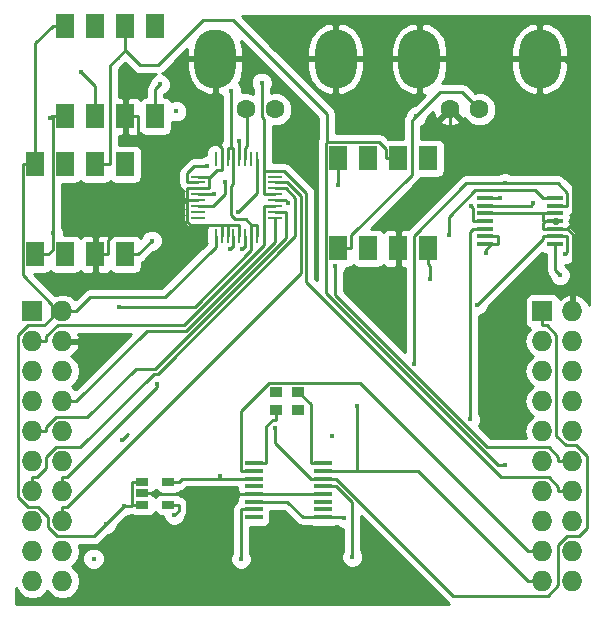
<source format=gbr>
G04 #@! TF.FileFunction,Copper,L1,Top,Signal*
%FSLAX46Y46*%
G04 Gerber Fmt 4.6, Leading zero omitted, Abs format (unit mm)*
G04 Created by KiCad (PCBNEW 4.0.1-stable) date Monday, May 09, 2016 'AMt' 09:31:45 AM*
%MOMM*%
G01*
G04 APERTURE LIST*
%ADD10C,0.100000*%
%ADD11R,1.727200X1.727200*%
%ADD12O,1.727200X1.727200*%
%ADD13O,3.500120X5.001260*%
%ADD14C,1.600200*%
%ADD15R,1.060000X0.650000*%
%ADD16R,1.524000X2.032000*%
%ADD17R,1.500000X0.450000*%
%ADD18R,1.450000X0.450000*%
%ADD19R,1.200000X0.280000*%
%ADD20R,0.280000X1.200000*%
%ADD21R,1.000000X0.900000*%
%ADD22C,0.400000*%
%ADD23C,0.250000*%
%ADD24C,0.254000*%
G04 APERTURE END LIST*
D10*
D11*
X91694000Y-160274000D03*
D12*
X94234000Y-160274000D03*
X91694000Y-162814000D03*
X94234000Y-162814000D03*
X91694000Y-165354000D03*
X94234000Y-165354000D03*
X91694000Y-167894000D03*
X94234000Y-167894000D03*
X91694000Y-170434000D03*
X94234000Y-170434000D03*
X91694000Y-172974000D03*
X94234000Y-172974000D03*
X91694000Y-175514000D03*
X94234000Y-175514000D03*
X91694000Y-178054000D03*
X94234000Y-178054000D03*
X91694000Y-180594000D03*
X94234000Y-180594000D03*
X91694000Y-183134000D03*
X94234000Y-183134000D03*
X134874000Y-175514000D03*
X134874000Y-178054000D03*
X134874000Y-172974000D03*
X137414000Y-172974000D03*
X137414000Y-178054000D03*
X137414000Y-175514000D03*
X134874000Y-170434000D03*
X134874000Y-167894000D03*
X137414000Y-167894000D03*
X137414000Y-170434000D03*
X137414000Y-165354000D03*
X134874000Y-165354000D03*
D11*
X134874000Y-160274000D03*
D12*
X137414000Y-162814000D03*
X134874000Y-162814000D03*
X137414000Y-160274000D03*
X134874000Y-183134000D03*
X137414000Y-183134000D03*
X137414000Y-180594000D03*
X134874000Y-180594000D03*
D13*
X107170220Y-138912600D03*
X117368320Y-138912600D03*
D14*
X112268000Y-143177260D03*
X109768640Y-143177260D03*
D13*
X124442220Y-138912600D03*
X134640320Y-138912600D03*
D14*
X129540000Y-143177260D03*
X127040640Y-143177260D03*
D15*
X101008000Y-174752000D03*
X101008000Y-175702000D03*
X101008000Y-176652000D03*
X103208000Y-176652000D03*
X103208000Y-174752000D03*
D16*
X117602000Y-154940000D03*
X120142000Y-154940000D03*
X122682000Y-154940000D03*
X125222000Y-154940000D03*
X125222000Y-147320000D03*
X122682000Y-147320000D03*
X120142000Y-147320000D03*
X117602000Y-147320000D03*
X91948000Y-155448000D03*
X94488000Y-155448000D03*
X97028000Y-155448000D03*
X99568000Y-155448000D03*
X99568000Y-147828000D03*
X97028000Y-147828000D03*
X94488000Y-147828000D03*
X91948000Y-147828000D03*
X94488000Y-143764000D03*
X97028000Y-143764000D03*
X99568000Y-143764000D03*
X102108000Y-143764000D03*
X102108000Y-136144000D03*
X99568000Y-136144000D03*
X97028000Y-136144000D03*
X94488000Y-136144000D03*
D17*
X110432000Y-173138000D03*
X110432000Y-173788000D03*
X110432000Y-174438000D03*
X110432000Y-175088000D03*
X110432000Y-175738000D03*
X110432000Y-176388000D03*
X110432000Y-177038000D03*
X110432000Y-177688000D03*
X116332000Y-177688000D03*
X116332000Y-177038000D03*
X116332000Y-176388000D03*
X116332000Y-175738000D03*
X116332000Y-175088000D03*
X116332000Y-174438000D03*
X116332000Y-173788000D03*
X116332000Y-173138000D03*
D18*
X130048000Y-150674000D03*
X130048000Y-151324000D03*
X130048000Y-151974000D03*
X130048000Y-152624000D03*
X130048000Y-153274000D03*
X130048000Y-153924000D03*
X130048000Y-154574000D03*
X135948000Y-154574000D03*
X135948000Y-153924000D03*
X135948000Y-153274000D03*
X135948000Y-152624000D03*
X135948000Y-151974000D03*
X135948000Y-151324000D03*
X135948000Y-150674000D03*
D19*
X105716000Y-148872000D03*
X105716000Y-149372000D03*
X105716000Y-149872000D03*
X105716000Y-150372000D03*
X105716000Y-150872000D03*
X105716000Y-151372000D03*
X105716000Y-151872000D03*
X105716000Y-152372000D03*
D20*
X107216000Y-153872000D03*
X107716000Y-153872000D03*
X108216000Y-153872000D03*
X108716000Y-153872000D03*
X109216000Y-153872000D03*
X109716000Y-153872000D03*
X110216000Y-153872000D03*
X110716000Y-153872000D03*
D19*
X112216000Y-152372000D03*
X112216000Y-151872000D03*
X112216000Y-151372000D03*
X112216000Y-150872000D03*
X112216000Y-150372000D03*
X112216000Y-149872000D03*
X112216000Y-149372000D03*
X112216000Y-148872000D03*
D20*
X110716000Y-147372000D03*
X110216000Y-147372000D03*
X109716000Y-147372000D03*
X109216000Y-147372000D03*
X108716000Y-147372000D03*
X108216000Y-147372000D03*
X107716000Y-147372000D03*
X107216000Y-147372000D03*
D21*
X112359000Y-168669000D03*
X114209000Y-168669000D03*
X114209000Y-167119000D03*
X112359000Y-167119000D03*
D22*
X117094000Y-170808900D03*
X118105200Y-177784000D03*
X99045800Y-159893000D03*
X108528500Y-141625800D03*
X97937600Y-178308000D03*
X128820300Y-151353700D03*
X117602000Y-149558700D03*
X99473300Y-176772300D03*
X99314000Y-171196000D03*
X116840000Y-179578000D03*
X102108000Y-175747600D03*
X99157100Y-153213500D03*
X102217200Y-166449200D03*
X113328300Y-151151000D03*
X117295100Y-156485400D03*
X111099900Y-140928900D03*
X112271800Y-170137000D03*
X119159600Y-168332700D03*
X107555100Y-174239500D03*
X131723900Y-173313000D03*
X130110600Y-155317700D03*
X106507100Y-148007600D03*
X107027700Y-150383200D03*
X107973100Y-149327300D03*
X93400700Y-153670000D03*
X93200900Y-143935800D03*
X124206000Y-143764000D03*
X101801600Y-154292200D03*
X125393900Y-157582400D03*
X102487600Y-141068300D03*
X96868200Y-181216100D03*
X95828000Y-140005000D03*
X103886000Y-143357300D03*
X103699100Y-177528700D03*
X109216000Y-145861600D03*
X108427000Y-155001200D03*
X109414500Y-155004700D03*
X109356700Y-181263400D03*
X118775200Y-181078300D03*
X134091100Y-151101400D03*
X131280300Y-150686400D03*
X128717700Y-169432700D03*
X136370800Y-157226000D03*
X136770300Y-155467400D03*
X129348700Y-159740800D03*
X126925300Y-153833400D03*
X131682800Y-149426200D03*
X124002800Y-164717800D03*
X109113700Y-151843000D03*
D23*
X114582400Y-177688000D02*
X116332000Y-177688000D01*
X113282400Y-176388000D02*
X114582400Y-177688000D01*
X110432000Y-176388000D02*
X113282400Y-176388000D01*
X110216000Y-153872000D02*
X110216000Y-154797300D01*
X110216000Y-155103100D02*
X110216000Y-154797300D01*
X105426100Y-159893000D02*
X110216000Y-155103100D01*
X99045800Y-159893000D02*
X105426100Y-159893000D01*
X110216000Y-153872000D02*
X110216000Y-152946700D01*
X110716000Y-153872000D02*
X110716000Y-152946700D01*
X110716000Y-152946700D02*
X110216000Y-152946700D01*
X118009200Y-177688000D02*
X118105200Y-177784000D01*
X116332000Y-177688000D02*
X118009200Y-177688000D01*
X108216000Y-147372000D02*
X108216000Y-146446700D01*
X108716000Y-147372000D02*
X108716000Y-146446700D01*
X108716000Y-147372000D02*
X108716000Y-148297300D01*
X108216000Y-146446700D02*
X108528500Y-146446700D01*
X108528500Y-146446700D02*
X108716000Y-146446700D01*
X108528500Y-146446700D02*
X108528500Y-141625800D01*
X108716000Y-149468800D02*
X108716000Y-148297300D01*
X108488400Y-149696400D02*
X108716000Y-149468800D01*
X108488400Y-152102000D02*
X108488400Y-149696400D01*
X108854700Y-152468300D02*
X108488400Y-152102000D01*
X109737600Y-152468300D02*
X108854700Y-152468300D01*
X110216000Y-152946700D02*
X109737600Y-152468300D01*
X97937600Y-178308000D02*
X99473300Y-176772300D01*
X96921600Y-179324000D02*
X97937600Y-178308000D01*
X91948000Y-137596700D02*
X93400700Y-136144000D01*
X91948000Y-147828000D02*
X91948000Y-137596700D01*
X94488000Y-136144000D02*
X93400700Y-136144000D01*
X94234000Y-160274000D02*
X93335500Y-160274000D01*
X91948000Y-147828000D02*
X90860700Y-147828000D01*
X128997700Y-151531100D02*
X128820300Y-151353700D01*
X128997700Y-152624000D02*
X128997700Y-151531100D01*
X130048000Y-152624000D02*
X128997700Y-152624000D01*
X101008000Y-176652000D02*
X100152700Y-176652000D01*
X101008000Y-174752000D02*
X100152700Y-174752000D01*
X100152700Y-176652000D02*
X100152700Y-174752000D01*
X117602000Y-149558700D02*
X117602000Y-147320000D01*
X93335500Y-159723200D02*
X93335500Y-160274000D01*
X90860700Y-157248400D02*
X93335500Y-159723200D01*
X90860700Y-147828000D02*
X90860700Y-157248400D01*
X93800700Y-179324000D02*
X96921600Y-179324000D01*
X93045000Y-178568300D02*
X93800700Y-179324000D01*
X93045000Y-177701700D02*
X93045000Y-178568300D01*
X92208300Y-176865000D02*
X93045000Y-177701700D01*
X91353800Y-176865000D02*
X92208300Y-176865000D01*
X90493500Y-176004700D02*
X91353800Y-176865000D01*
X90493500Y-162295400D02*
X90493500Y-176004700D01*
X91325900Y-161463000D02*
X90493500Y-162295400D01*
X92694300Y-161463000D02*
X91325900Y-161463000D01*
X93335500Y-160821800D02*
X92694300Y-161463000D01*
X93335500Y-160274000D02*
X93335500Y-160821800D01*
X100032400Y-176772300D02*
X100152700Y-176652000D01*
X99473300Y-176772300D02*
X100032400Y-176772300D01*
X96611800Y-159085100D02*
X95422900Y-160274000D01*
X102928200Y-159085100D02*
X96611800Y-159085100D01*
X107216000Y-154797300D02*
X102928200Y-159085100D01*
X107216000Y-153872000D02*
X107216000Y-154797300D01*
X94234000Y-160274000D02*
X95422900Y-160274000D01*
X112216000Y-151372000D02*
X111290700Y-151372000D01*
X91694000Y-162814000D02*
X92882900Y-162814000D01*
X92882900Y-162405100D02*
X92882900Y-162814000D01*
X93825000Y-161463000D02*
X92882900Y-162405100D01*
X104493000Y-161463000D02*
X93825000Y-161463000D01*
X111290700Y-154665300D02*
X104493000Y-161463000D01*
X111290700Y-151372000D02*
X111290700Y-154665300D01*
X99314000Y-171196000D02*
X99822000Y-170688000D01*
X116078000Y-179578000D02*
X116840000Y-179578000D01*
X107170200Y-145900900D02*
X101014200Y-145900900D01*
X101014200Y-145900900D02*
X100655300Y-145542000D01*
X99568000Y-143764000D02*
X100655300Y-143764000D01*
X100655300Y-143764000D02*
X100655300Y-145542000D01*
X109716000Y-147372000D02*
X109716000Y-146446700D01*
X101908900Y-175747600D02*
X101863300Y-175702000D01*
X102108000Y-175747600D02*
X101908900Y-175747600D01*
X101008000Y-175702000D02*
X101863300Y-175702000D01*
X116332000Y-175738000D02*
X110432000Y-175738000D01*
X102117600Y-175738000D02*
X102108000Y-175747600D01*
X110432000Y-175738000D02*
X102117600Y-175738000D01*
X107170200Y-138912600D02*
X107170200Y-141738600D01*
X137414000Y-160274000D02*
X137414000Y-159085100D01*
X107170200Y-141738600D02*
X107170200Y-145157600D01*
X107170200Y-145900900D02*
X107716000Y-146446700D01*
X107170200Y-145157600D02*
X107170200Y-145900900D01*
X109886300Y-143295000D02*
X109768600Y-143177300D01*
X109886300Y-146276400D02*
X109886300Y-143295000D01*
X109716000Y-146446700D02*
X109886300Y-146276400D01*
X105716000Y-150872000D02*
X104790700Y-150872000D01*
X104790700Y-149872000D02*
X104790700Y-150872000D01*
X105716000Y-149872000D02*
X104790700Y-149872000D01*
X107716000Y-146909300D02*
X107716000Y-146446700D01*
X108216000Y-153872000D02*
X108216000Y-152946700D01*
X109216000Y-152946700D02*
X108216000Y-152946700D01*
X109216000Y-153872000D02*
X109216000Y-152946700D01*
X130048000Y-151974000D02*
X131098300Y-151974000D01*
X135948000Y-151974000D02*
X134897700Y-151974000D01*
X134897700Y-151974000D02*
X134897700Y-152624000D01*
X131098300Y-151974000D02*
X134897700Y-151974000D01*
X105716000Y-148872000D02*
X106528700Y-148872000D01*
X105716000Y-149872000D02*
X106641300Y-149872000D01*
X107716000Y-146909300D02*
X107716000Y-147372000D01*
X107328600Y-148297300D02*
X106641300Y-148984600D01*
X107716000Y-148297300D02*
X107328600Y-148297300D01*
X106528700Y-148872000D02*
X106641300Y-148984600D01*
X106641300Y-148984600D02*
X106641300Y-149872000D01*
X107716000Y-147372000D02*
X107716000Y-148297300D01*
X135948000Y-152624000D02*
X135422900Y-152624000D01*
X135948000Y-153274000D02*
X134897700Y-153274000D01*
X135128700Y-152624000D02*
X134897700Y-152624000D01*
X135422900Y-152624000D02*
X135128700Y-152624000D01*
X134897700Y-152855000D02*
X134897700Y-153274000D01*
X135128700Y-152624000D02*
X134897700Y-152855000D01*
X107716000Y-153872000D02*
X107716000Y-152946700D01*
X107716000Y-152946700D02*
X108216000Y-152946700D01*
X134640300Y-138912600D02*
X136715700Y-138912600D01*
X137470300Y-153746000D02*
X136998300Y-153274000D01*
X137470300Y-159028800D02*
X137470300Y-153746000D01*
X137414000Y-159085100D02*
X137470300Y-159028800D01*
X135948000Y-153274000D02*
X136998300Y-153274000D01*
X137470400Y-139667300D02*
X136715700Y-138912600D01*
X137470400Y-152801900D02*
X137470400Y-139667300D01*
X136998300Y-153274000D02*
X137470400Y-152801900D01*
X97028000Y-155448000D02*
X98115300Y-155448000D01*
X104790700Y-150872000D02*
X104790700Y-152675100D01*
X105062300Y-152946700D02*
X107716000Y-152946700D01*
X104790700Y-152675100D02*
X105062300Y-152946700D01*
X98115300Y-154255300D02*
X99157100Y-153213500D01*
X98115300Y-155448000D02*
X98115300Y-154255300D01*
X104252300Y-153213500D02*
X104790700Y-152675100D01*
X99157100Y-153213500D02*
X104252300Y-153213500D01*
X122682000Y-153004800D02*
X122682000Y-154940000D01*
X127040600Y-148646200D02*
X122682000Y-153004800D01*
X127040600Y-143177300D02*
X127040600Y-148646200D01*
X94234000Y-167894000D02*
X95422900Y-167894000D01*
X101403500Y-161913400D02*
X95422900Y-167894000D01*
X104679500Y-161913400D02*
X101403500Y-161913400D01*
X112216000Y-154376900D02*
X104679500Y-161913400D01*
X112216000Y-152372000D02*
X112216000Y-154376900D01*
X112216000Y-151872000D02*
X113141300Y-151872000D01*
X91694000Y-170434000D02*
X92882900Y-170434000D01*
X92882900Y-170062400D02*
X92882900Y-170434000D01*
X93700200Y-169245100D02*
X92882900Y-170062400D01*
X96340000Y-169245100D02*
X93700200Y-169245100D01*
X100436700Y-165148400D02*
X96340000Y-169245100D01*
X102099200Y-165148400D02*
X100436700Y-165148400D01*
X113141300Y-154106300D02*
X102099200Y-165148400D01*
X113141300Y-151872000D02*
X113141300Y-154106300D01*
X112216000Y-149872000D02*
X113141300Y-149872000D01*
X91694000Y-175514000D02*
X91694000Y-174325100D01*
X92065600Y-174325100D02*
X91694000Y-174325100D01*
X92882900Y-173507800D02*
X92065600Y-174325100D01*
X92882900Y-172621800D02*
X92882900Y-173507800D01*
X93719700Y-171785000D02*
X92882900Y-172621800D01*
X95761900Y-171785000D02*
X93719700Y-171785000D01*
X101948100Y-165598800D02*
X95761900Y-171785000D01*
X102287600Y-165598800D02*
X101948100Y-165598800D01*
X113953800Y-153932600D02*
X102287600Y-165598800D01*
X113953800Y-150684500D02*
X113953800Y-153932600D01*
X113141300Y-149872000D02*
X113953800Y-150684500D01*
X94234000Y-175514000D02*
X94234000Y-174325100D01*
X102217200Y-166713400D02*
X102217200Y-166449200D01*
X94605500Y-174325100D02*
X102217200Y-166713400D01*
X94234000Y-174325100D02*
X94605500Y-174325100D01*
X94605500Y-176865100D02*
X94234000Y-176865100D01*
X114404200Y-157066400D02*
X94605500Y-176865100D01*
X114404200Y-150486400D02*
X114404200Y-157066400D01*
X113289800Y-149372000D02*
X114404200Y-150486400D01*
X112216000Y-149372000D02*
X113289800Y-149372000D01*
X94234000Y-178054000D02*
X94234000Y-176865100D01*
X137414000Y-172974000D02*
X136225100Y-172974000D01*
X112216000Y-150872000D02*
X113141300Y-150872000D01*
X113141300Y-150964000D02*
X113328300Y-151151000D01*
X113141300Y-150872000D02*
X113141300Y-150964000D01*
X117295100Y-158894600D02*
X117295100Y-156485400D01*
X130185600Y-171785100D02*
X117295100Y-158894600D01*
X135407800Y-171785100D02*
X130185600Y-171785100D01*
X136225100Y-172602400D02*
X135407800Y-171785100D01*
X136225100Y-172974000D02*
X136225100Y-172602400D01*
X112216000Y-150372000D02*
X111290700Y-150372000D01*
X137414000Y-175514000D02*
X136225100Y-175514000D01*
X136225100Y-175142400D02*
X136225100Y-175514000D01*
X135407800Y-174325100D02*
X136225100Y-175142400D01*
X131394800Y-174325100D02*
X135407800Y-174325100D01*
X114894400Y-157824700D02*
X131394800Y-174325100D01*
X114894400Y-150268100D02*
X114894400Y-157824700D01*
X113022300Y-148396000D02*
X114894400Y-150268100D01*
X111290700Y-148396000D02*
X113022300Y-148396000D01*
X111290700Y-150372000D02*
X111290700Y-148396000D01*
X111099900Y-143809600D02*
X111099900Y-140928900D01*
X111290700Y-144000400D02*
X111099900Y-143809600D01*
X111290700Y-148396000D02*
X111290700Y-144000400D01*
X116332000Y-174438000D02*
X117407300Y-174438000D01*
X134874000Y-160274000D02*
X134874000Y-161462900D01*
X112271800Y-171453100D02*
X115256700Y-174438000D01*
X112271800Y-170137000D02*
X112271800Y-171453100D01*
X116332000Y-174438000D02*
X115256700Y-174438000D01*
X135245600Y-161462900D02*
X134874000Y-161462900D01*
X136062900Y-162280200D02*
X135245600Y-161462900D01*
X136062900Y-170837500D02*
X136062900Y-162280200D01*
X136848400Y-171623000D02*
X136062900Y-170837500D01*
X137754100Y-171623000D02*
X136848400Y-171623000D01*
X138669500Y-172538400D02*
X137754100Y-171623000D01*
X138669500Y-178596900D02*
X138669500Y-172538400D01*
X137942400Y-179324000D02*
X138669500Y-178596900D01*
X136980700Y-179324000D02*
X137942400Y-179324000D01*
X136225000Y-180079700D02*
X136980700Y-179324000D01*
X136225000Y-183484600D02*
X136225000Y-180079700D01*
X135336900Y-184372700D02*
X136225000Y-183484600D01*
X127342000Y-184372700D02*
X135336900Y-184372700D01*
X117407300Y-174438000D02*
X127342000Y-184372700D01*
X134874000Y-183134000D02*
X133685100Y-183134000D01*
X116332000Y-173788000D02*
X119159600Y-173788000D01*
X124339100Y-173788000D02*
X133685100Y-183134000D01*
X119159600Y-173788000D02*
X124339100Y-173788000D01*
X119159600Y-173788000D02*
X119159600Y-168332700D01*
X110432000Y-173788000D02*
X109356700Y-173788000D01*
X134874000Y-180594000D02*
X133685100Y-180594000D01*
X119412800Y-166321700D02*
X133685100Y-180594000D01*
X111728700Y-166321700D02*
X119412800Y-166321700D01*
X109356700Y-168693700D02*
X111728700Y-166321700D01*
X109356700Y-173788000D02*
X109356700Y-168693700D01*
X103208000Y-174752000D02*
X104063300Y-174752000D01*
X107555100Y-174438000D02*
X107555100Y-174239500D01*
X104377300Y-174438000D02*
X107555100Y-174438000D01*
X104063300Y-174752000D02*
X104377300Y-174438000D01*
X107555100Y-174438000D02*
X110432000Y-174438000D01*
X102362000Y-139446000D02*
X100838000Y-139446000D01*
X100838000Y-139446000D02*
X99568000Y-138176000D01*
X98933000Y-138811000D02*
X99568000Y-138176000D01*
X99568000Y-138176000D02*
X99568000Y-136144000D01*
X98933000Y-138811000D02*
X98298000Y-139446000D01*
X98298000Y-139446000D02*
X98298000Y-147828000D01*
X98298000Y-147828000D02*
X97028000Y-147828000D01*
X102362000Y-139446000D02*
X106172000Y-135636000D01*
X106172000Y-135636000D02*
X106680000Y-135636000D01*
X106680000Y-135636000D02*
X108712000Y-135636000D01*
X99568000Y-135890000D02*
X99568000Y-136144000D01*
X99568000Y-136144000D02*
X99534100Y-136144000D01*
X116650100Y-143574100D02*
X108712000Y-135636000D01*
X116650100Y-145974500D02*
X116650100Y-143574100D01*
X122682000Y-147320000D02*
X121594700Y-147320000D01*
X116514600Y-146110000D02*
X116650100Y-145974500D01*
X116514600Y-158751000D02*
X116514600Y-146110000D01*
X131076600Y-173313000D02*
X116514600Y-158751000D01*
X131723900Y-173313000D02*
X131076600Y-173313000D01*
X121594700Y-146504500D02*
X121594700Y-147320000D01*
X121064700Y-145974500D02*
X121594700Y-146504500D01*
X116650100Y-145974500D02*
X121064700Y-145974500D01*
X131098300Y-154574000D02*
X131098300Y-153924000D01*
X130048000Y-153924000D02*
X131098300Y-153924000D01*
X130048000Y-154574000D02*
X130573200Y-154574000D01*
X130573200Y-154574000D02*
X131098300Y-154574000D01*
X130110700Y-155317700D02*
X130110600Y-155317700D01*
X130110700Y-155036500D02*
X130110700Y-155317700D01*
X130573200Y-154574000D02*
X130110700Y-155036500D01*
X105374600Y-148007600D02*
X106507100Y-148007600D01*
X104790700Y-148591500D02*
X105374600Y-148007600D01*
X104790700Y-149372000D02*
X104790700Y-148591500D01*
X105716000Y-149372000D02*
X104790700Y-149372000D01*
X105716000Y-150372000D02*
X106641300Y-150372000D01*
X107016500Y-150372000D02*
X107027700Y-150383200D01*
X106641300Y-150372000D02*
X107016500Y-150372000D01*
X107973100Y-150350600D02*
X107973100Y-149327300D01*
X106951700Y-151372000D02*
X107973100Y-150350600D01*
X105716000Y-151372000D02*
X106951700Y-151372000D01*
X93400700Y-153416000D02*
X93400700Y-155082600D01*
X93400700Y-143764000D02*
X93400700Y-153416000D01*
X93400700Y-153416000D02*
X93400700Y-153670000D01*
X94488000Y-143764000D02*
X93400700Y-143764000D01*
X91948000Y-155448000D02*
X93035300Y-155448000D01*
X93400700Y-155082600D02*
X93035300Y-155448000D01*
X93372700Y-143764000D02*
X93200900Y-143935800D01*
X93400700Y-143764000D02*
X93372700Y-143764000D01*
X123952000Y-144018000D02*
X123792700Y-144177300D01*
X126238000Y-141732000D02*
X123952000Y-144018000D01*
X123952000Y-144018000D02*
X124206000Y-143764000D01*
X129540000Y-143177300D02*
X128094700Y-141732000D01*
X128094700Y-141732000D02*
X126238000Y-141732000D01*
X118689300Y-154940000D02*
X117602000Y-154940000D01*
X118689300Y-153852700D02*
X118689300Y-154940000D01*
X123792700Y-144177300D02*
X123792700Y-148749300D01*
X123792700Y-148749300D02*
X118689300Y-153852700D01*
X100655300Y-155438500D02*
X101801600Y-154292200D01*
X100655300Y-155448000D02*
X100655300Y-155438500D01*
X99568000Y-155448000D02*
X100655300Y-155448000D01*
X125393900Y-156453200D02*
X125393900Y-157582400D01*
X125222000Y-156281300D02*
X125393900Y-156453200D01*
X125222000Y-154940000D02*
X125222000Y-156281300D01*
X102108000Y-141447900D02*
X102487600Y-141068300D01*
X102108000Y-143764000D02*
X102108000Y-141447900D01*
X97028000Y-141205000D02*
X95828000Y-140005000D01*
X97028000Y-143764000D02*
X97028000Y-141205000D01*
X112359000Y-168669000D02*
X112359000Y-169444300D01*
X110432000Y-173138000D02*
X111507300Y-173138000D01*
X111507300Y-170017200D02*
X111507300Y-173138000D01*
X112080200Y-169444300D02*
X111507300Y-170017200D01*
X112359000Y-169444300D02*
X112080200Y-169444300D01*
X115256700Y-168166700D02*
X115256700Y-173138000D01*
X114209000Y-167119000D02*
X115256700Y-168166700D01*
X116332000Y-173138000D02*
X115256700Y-173138000D01*
X103208000Y-176652000D02*
X104063300Y-176652000D01*
X104063300Y-177164500D02*
X103699100Y-177528700D01*
X104063300Y-176652000D02*
X104063300Y-177164500D01*
X109216000Y-147372000D02*
X109216000Y-145861600D01*
X108716000Y-153872000D02*
X108716000Y-154797300D01*
X108630900Y-154797300D02*
X108427000Y-155001200D01*
X108716000Y-154797300D02*
X108630900Y-154797300D01*
X109716000Y-153872000D02*
X109716000Y-154797300D01*
X109621900Y-154797300D02*
X109414500Y-155004700D01*
X109716000Y-154797300D02*
X109621900Y-154797300D01*
X110432000Y-177038000D02*
X109356700Y-177038000D01*
X109356700Y-177038000D02*
X109356700Y-181263400D01*
X116332000Y-175088000D02*
X117407300Y-175088000D01*
X118775200Y-176455900D02*
X118775200Y-181078300D01*
X117407300Y-175088000D02*
X118775200Y-176455900D01*
X133868500Y-151324000D02*
X134091100Y-151101400D01*
X130048000Y-151324000D02*
X133868500Y-151324000D01*
X131110700Y-150686400D02*
X131280300Y-150686400D01*
X131098300Y-150674000D02*
X131110700Y-150686400D01*
X130048000Y-150674000D02*
X131098300Y-150674000D01*
X130048000Y-153274000D02*
X128997700Y-153274000D01*
X128717700Y-153554000D02*
X128997700Y-153274000D01*
X128717700Y-169432700D02*
X128717700Y-153554000D01*
X135948000Y-156803200D02*
X136370800Y-157226000D01*
X135948000Y-154574000D02*
X135948000Y-156803200D01*
X136998300Y-155239400D02*
X136770300Y-155467400D01*
X136998300Y-153924000D02*
X136998300Y-155239400D01*
X136473200Y-153924000D02*
X136998300Y-153924000D01*
X136473200Y-153924000D02*
X135948000Y-153924000D01*
X135948000Y-153924000D02*
X134897700Y-153924000D01*
X134897700Y-154191800D02*
X129348700Y-159740800D01*
X134897700Y-153924000D02*
X134897700Y-154191800D01*
X135948000Y-150674000D02*
X134897700Y-150674000D01*
X134275200Y-150051500D02*
X134897700Y-150674000D01*
X129199800Y-150051500D02*
X134275200Y-150051500D01*
X126925300Y-152326000D02*
X129199800Y-150051500D01*
X126925300Y-153833400D02*
X126925300Y-152326000D01*
X136186400Y-149426200D02*
X131682800Y-149426200D01*
X136998300Y-150238100D02*
X136186400Y-149426200D01*
X136998300Y-151324000D02*
X136998300Y-150238100D01*
X135948000Y-151324000D02*
X136998300Y-151324000D01*
X124002800Y-153866200D02*
X124002800Y-164717800D01*
X128442800Y-149426200D02*
X124002800Y-153866200D01*
X131682800Y-149426200D02*
X128442800Y-149426200D01*
X110716000Y-150240700D02*
X109113700Y-151843000D01*
X110716000Y-147372000D02*
X110716000Y-150240700D01*
D24*
G36*
X109034560Y-175313000D02*
X109047980Y-175384323D01*
X109047000Y-175386690D01*
X109047000Y-175466750D01*
X109067312Y-175487062D01*
X109078838Y-175548317D01*
X109202329Y-175740227D01*
X109085569Y-175911110D01*
X109070442Y-175985808D01*
X109047000Y-176009250D01*
X109047000Y-176089310D01*
X109048667Y-176093335D01*
X109034560Y-176163000D01*
X109034560Y-176356767D01*
X108819299Y-176500599D01*
X108654552Y-176747161D01*
X108596700Y-177038000D01*
X108596700Y-180700937D01*
X108564508Y-180733073D01*
X108421862Y-181076601D01*
X108421538Y-181448567D01*
X108563583Y-181792343D01*
X108826373Y-182055592D01*
X109169901Y-182198238D01*
X109541867Y-182198562D01*
X109885643Y-182056517D01*
X110148892Y-181793727D01*
X110291538Y-181450199D01*
X110291862Y-181078233D01*
X110149817Y-180734457D01*
X110116700Y-180701282D01*
X110116700Y-178560440D01*
X111182000Y-178560440D01*
X111417317Y-178516162D01*
X111633441Y-178377090D01*
X111778431Y-178164890D01*
X111829440Y-177913000D01*
X111829440Y-177463000D01*
X111809933Y-177359329D01*
X111829440Y-177263000D01*
X111829440Y-177148000D01*
X112967598Y-177148000D01*
X114044999Y-178225401D01*
X114291561Y-178390148D01*
X114582400Y-178448000D01*
X115240203Y-178448000D01*
X115330110Y-178509431D01*
X115582000Y-178560440D01*
X117082000Y-178560440D01*
X117317317Y-178516162D01*
X117423244Y-178448000D01*
X117446905Y-178448000D01*
X117574873Y-178576192D01*
X117918401Y-178718838D01*
X118015200Y-178718922D01*
X118015200Y-180515837D01*
X117983008Y-180547973D01*
X117840362Y-180891501D01*
X117840038Y-181263467D01*
X117982083Y-181607243D01*
X118244873Y-181870492D01*
X118588401Y-182013138D01*
X118960367Y-182013462D01*
X119304143Y-181871417D01*
X119567392Y-181608627D01*
X119710038Y-181265099D01*
X119710362Y-180893133D01*
X119568317Y-180549357D01*
X119535200Y-180516182D01*
X119535200Y-177640702D01*
X126804599Y-184910101D01*
X126997510Y-185039000D01*
X90297000Y-185039000D01*
X90297000Y-183732759D01*
X90604971Y-184193670D01*
X91091152Y-184518526D01*
X91664641Y-184632600D01*
X91723359Y-184632600D01*
X92296848Y-184518526D01*
X92783029Y-184193670D01*
X92964000Y-183922828D01*
X93144971Y-184193670D01*
X93631152Y-184518526D01*
X94204641Y-184632600D01*
X94263359Y-184632600D01*
X94836848Y-184518526D01*
X95323029Y-184193670D01*
X95647885Y-183707489D01*
X95761959Y-183134000D01*
X95647885Y-182560511D01*
X95323029Y-182074330D01*
X95008248Y-181864000D01*
X95323029Y-181653670D01*
X95491679Y-181401267D01*
X95933038Y-181401267D01*
X96075083Y-181745043D01*
X96337873Y-182008292D01*
X96681401Y-182150938D01*
X97053367Y-182151262D01*
X97397143Y-182009217D01*
X97660392Y-181746427D01*
X97803038Y-181402899D01*
X97803362Y-181030933D01*
X97661317Y-180687157D01*
X97398527Y-180423908D01*
X97054999Y-180281262D01*
X96683033Y-180280938D01*
X96339257Y-180422983D01*
X96076008Y-180685773D01*
X95933362Y-181029301D01*
X95933038Y-181401267D01*
X95491679Y-181401267D01*
X95647885Y-181167489D01*
X95761959Y-180594000D01*
X95660514Y-180084000D01*
X96921600Y-180084000D01*
X97212439Y-180026148D01*
X97459001Y-179861401D01*
X98077280Y-179243122D01*
X98122767Y-179243162D01*
X98466543Y-179101117D01*
X98729792Y-178838327D01*
X98872438Y-178494799D01*
X98872479Y-178447923D01*
X99612980Y-177707422D01*
X99658467Y-177707462D01*
X100002243Y-177565417D01*
X100036169Y-177531550D01*
X100135808Y-177511731D01*
X100226110Y-177573431D01*
X100478000Y-177624440D01*
X101538000Y-177624440D01*
X101773317Y-177580162D01*
X101989441Y-177441090D01*
X102109233Y-177265768D01*
X102213910Y-177428441D01*
X102426110Y-177573431D01*
X102678000Y-177624440D01*
X102764016Y-177624440D01*
X102763938Y-177713867D01*
X102905983Y-178057643D01*
X103168773Y-178320892D01*
X103512301Y-178463538D01*
X103884267Y-178463862D01*
X104228043Y-178321817D01*
X104491292Y-178059027D01*
X104633938Y-177715499D01*
X104633993Y-177652075D01*
X104765448Y-177455339D01*
X104823300Y-177164500D01*
X104823300Y-176652000D01*
X104765448Y-176361161D01*
X104600701Y-176114599D01*
X104354139Y-175949852D01*
X104234595Y-175926073D01*
X104202090Y-175875559D01*
X103989890Y-175730569D01*
X103852880Y-175702824D01*
X103973317Y-175680162D01*
X104189441Y-175541090D01*
X104232284Y-175478387D01*
X104354139Y-175454148D01*
X104600701Y-175289401D01*
X104692102Y-175198000D01*
X109034560Y-175198000D01*
X109034560Y-175313000D01*
X109034560Y-175313000D01*
G37*
X109034560Y-175313000D02*
X109047980Y-175384323D01*
X109047000Y-175386690D01*
X109047000Y-175466750D01*
X109067312Y-175487062D01*
X109078838Y-175548317D01*
X109202329Y-175740227D01*
X109085569Y-175911110D01*
X109070442Y-175985808D01*
X109047000Y-176009250D01*
X109047000Y-176089310D01*
X109048667Y-176093335D01*
X109034560Y-176163000D01*
X109034560Y-176356767D01*
X108819299Y-176500599D01*
X108654552Y-176747161D01*
X108596700Y-177038000D01*
X108596700Y-180700937D01*
X108564508Y-180733073D01*
X108421862Y-181076601D01*
X108421538Y-181448567D01*
X108563583Y-181792343D01*
X108826373Y-182055592D01*
X109169901Y-182198238D01*
X109541867Y-182198562D01*
X109885643Y-182056517D01*
X110148892Y-181793727D01*
X110291538Y-181450199D01*
X110291862Y-181078233D01*
X110149817Y-180734457D01*
X110116700Y-180701282D01*
X110116700Y-178560440D01*
X111182000Y-178560440D01*
X111417317Y-178516162D01*
X111633441Y-178377090D01*
X111778431Y-178164890D01*
X111829440Y-177913000D01*
X111829440Y-177463000D01*
X111809933Y-177359329D01*
X111829440Y-177263000D01*
X111829440Y-177148000D01*
X112967598Y-177148000D01*
X114044999Y-178225401D01*
X114291561Y-178390148D01*
X114582400Y-178448000D01*
X115240203Y-178448000D01*
X115330110Y-178509431D01*
X115582000Y-178560440D01*
X117082000Y-178560440D01*
X117317317Y-178516162D01*
X117423244Y-178448000D01*
X117446905Y-178448000D01*
X117574873Y-178576192D01*
X117918401Y-178718838D01*
X118015200Y-178718922D01*
X118015200Y-180515837D01*
X117983008Y-180547973D01*
X117840362Y-180891501D01*
X117840038Y-181263467D01*
X117982083Y-181607243D01*
X118244873Y-181870492D01*
X118588401Y-182013138D01*
X118960367Y-182013462D01*
X119304143Y-181871417D01*
X119567392Y-181608627D01*
X119710038Y-181265099D01*
X119710362Y-180893133D01*
X119568317Y-180549357D01*
X119535200Y-180516182D01*
X119535200Y-177640702D01*
X126804599Y-184910101D01*
X126997510Y-185039000D01*
X90297000Y-185039000D01*
X90297000Y-183732759D01*
X90604971Y-184193670D01*
X91091152Y-184518526D01*
X91664641Y-184632600D01*
X91723359Y-184632600D01*
X92296848Y-184518526D01*
X92783029Y-184193670D01*
X92964000Y-183922828D01*
X93144971Y-184193670D01*
X93631152Y-184518526D01*
X94204641Y-184632600D01*
X94263359Y-184632600D01*
X94836848Y-184518526D01*
X95323029Y-184193670D01*
X95647885Y-183707489D01*
X95761959Y-183134000D01*
X95647885Y-182560511D01*
X95323029Y-182074330D01*
X95008248Y-181864000D01*
X95323029Y-181653670D01*
X95491679Y-181401267D01*
X95933038Y-181401267D01*
X96075083Y-181745043D01*
X96337873Y-182008292D01*
X96681401Y-182150938D01*
X97053367Y-182151262D01*
X97397143Y-182009217D01*
X97660392Y-181746427D01*
X97803038Y-181402899D01*
X97803362Y-181030933D01*
X97661317Y-180687157D01*
X97398527Y-180423908D01*
X97054999Y-180281262D01*
X96683033Y-180280938D01*
X96339257Y-180422983D01*
X96076008Y-180685773D01*
X95933362Y-181029301D01*
X95933038Y-181401267D01*
X95491679Y-181401267D01*
X95647885Y-181167489D01*
X95761959Y-180594000D01*
X95660514Y-180084000D01*
X96921600Y-180084000D01*
X97212439Y-180026148D01*
X97459001Y-179861401D01*
X98077280Y-179243122D01*
X98122767Y-179243162D01*
X98466543Y-179101117D01*
X98729792Y-178838327D01*
X98872438Y-178494799D01*
X98872479Y-178447923D01*
X99612980Y-177707422D01*
X99658467Y-177707462D01*
X100002243Y-177565417D01*
X100036169Y-177531550D01*
X100135808Y-177511731D01*
X100226110Y-177573431D01*
X100478000Y-177624440D01*
X101538000Y-177624440D01*
X101773317Y-177580162D01*
X101989441Y-177441090D01*
X102109233Y-177265768D01*
X102213910Y-177428441D01*
X102426110Y-177573431D01*
X102678000Y-177624440D01*
X102764016Y-177624440D01*
X102763938Y-177713867D01*
X102905983Y-178057643D01*
X103168773Y-178320892D01*
X103512301Y-178463538D01*
X103884267Y-178463862D01*
X104228043Y-178321817D01*
X104491292Y-178059027D01*
X104633938Y-177715499D01*
X104633993Y-177652075D01*
X104765448Y-177455339D01*
X104823300Y-177164500D01*
X104823300Y-176652000D01*
X104765448Y-176361161D01*
X104600701Y-176114599D01*
X104354139Y-175949852D01*
X104234595Y-175926073D01*
X104202090Y-175875559D01*
X103989890Y-175730569D01*
X103852880Y-175702824D01*
X103973317Y-175680162D01*
X104189441Y-175541090D01*
X104232284Y-175478387D01*
X104354139Y-175454148D01*
X104600701Y-175289401D01*
X104692102Y-175198000D01*
X109034560Y-175198000D01*
X109034560Y-175313000D01*
G36*
X102213910Y-175528441D02*
X102426110Y-175673431D01*
X102563120Y-175701176D01*
X102442683Y-175723838D01*
X102226559Y-175862910D01*
X102154144Y-175968894D01*
X102014250Y-175829000D01*
X101933949Y-175829000D01*
X101789890Y-175730569D01*
X101652880Y-175702824D01*
X101773317Y-175680162D01*
X101936743Y-175575000D01*
X102014250Y-175575000D01*
X102153965Y-175435285D01*
X102213910Y-175528441D01*
X102213910Y-175528441D01*
G37*
X102213910Y-175528441D02*
X102426110Y-175673431D01*
X102563120Y-175701176D01*
X102442683Y-175723838D01*
X102226559Y-175862910D01*
X102154144Y-175968894D01*
X102014250Y-175829000D01*
X101933949Y-175829000D01*
X101789890Y-175730569D01*
X101652880Y-175702824D01*
X101773317Y-175680162D01*
X101936743Y-175575000D01*
X102014250Y-175575000D01*
X102153965Y-175435285D01*
X102213910Y-175528441D01*
G36*
X138811000Y-159775043D02*
X138696688Y-159499053D01*
X138302490Y-159067179D01*
X137773027Y-158819032D01*
X137541000Y-158939531D01*
X137541000Y-160147000D01*
X137561000Y-160147000D01*
X137561000Y-160401000D01*
X137541000Y-160401000D01*
X137541000Y-160421000D01*
X137287000Y-160421000D01*
X137287000Y-160401000D01*
X137267000Y-160401000D01*
X137267000Y-160147000D01*
X137287000Y-160147000D01*
X137287000Y-158939531D01*
X137054973Y-158819032D01*
X136525510Y-159067179D01*
X136355505Y-159253433D01*
X136340762Y-159175083D01*
X136201690Y-158958959D01*
X135989490Y-158813969D01*
X135737600Y-158762960D01*
X134010400Y-158762960D01*
X133775083Y-158807238D01*
X133558959Y-158946310D01*
X133413969Y-159158510D01*
X133362960Y-159410400D01*
X133362960Y-161137600D01*
X133407238Y-161372917D01*
X133546310Y-161589041D01*
X133758510Y-161734031D01*
X133802131Y-161742864D01*
X133784971Y-161754330D01*
X133460115Y-162240511D01*
X133346041Y-162814000D01*
X133460115Y-163387489D01*
X133784971Y-163873670D01*
X134099752Y-164084000D01*
X133784971Y-164294330D01*
X133460115Y-164780511D01*
X133346041Y-165354000D01*
X133460115Y-165927489D01*
X133784971Y-166413670D01*
X134099752Y-166624000D01*
X133784971Y-166834330D01*
X133460115Y-167320511D01*
X133346041Y-167894000D01*
X133460115Y-168467489D01*
X133784971Y-168953670D01*
X134099752Y-169164000D01*
X133784971Y-169374330D01*
X133460115Y-169860511D01*
X133346041Y-170434000D01*
X133460115Y-171007489D01*
X133471882Y-171025100D01*
X130500402Y-171025100D01*
X129474079Y-169998777D01*
X129509892Y-169963027D01*
X129652538Y-169619499D01*
X129652862Y-169247533D01*
X129510817Y-168903757D01*
X129477700Y-168870582D01*
X129477700Y-160675913D01*
X129533867Y-160675962D01*
X129877643Y-160533917D01*
X130140892Y-160271127D01*
X130283538Y-159927599D01*
X130283579Y-159880723D01*
X134850964Y-155313338D01*
X134971110Y-155395431D01*
X135188000Y-155439352D01*
X135188000Y-156803200D01*
X135245852Y-157094039D01*
X135410599Y-157340601D01*
X135435678Y-157365680D01*
X135435638Y-157411167D01*
X135577683Y-157754943D01*
X135840473Y-158018192D01*
X136184001Y-158160838D01*
X136555967Y-158161162D01*
X136899743Y-158019117D01*
X137162992Y-157756327D01*
X137305638Y-157412799D01*
X137305962Y-157040833D01*
X137163917Y-156697057D01*
X136901127Y-156433808D01*
X136825606Y-156402449D01*
X136955467Y-156402562D01*
X137299243Y-156260517D01*
X137562492Y-155997727D01*
X137705138Y-155654199D01*
X137705267Y-155506012D01*
X137758300Y-155239400D01*
X137758300Y-153924000D01*
X137700448Y-153633161D01*
X137535701Y-153386599D01*
X137308000Y-153234454D01*
X137308000Y-153146998D01*
X137236885Y-153146998D01*
X137288597Y-153022153D01*
X137308000Y-153002750D01*
X137308000Y-152895250D01*
X137288597Y-152875847D01*
X137211327Y-152689301D01*
X137146026Y-152624000D01*
X137211327Y-152558699D01*
X137288597Y-152372153D01*
X137308000Y-152352750D01*
X137308000Y-152245250D01*
X137288597Y-152225847D01*
X137236885Y-152101002D01*
X137308000Y-152101002D01*
X137308000Y-152013546D01*
X137535701Y-151861401D01*
X137700448Y-151614839D01*
X137758300Y-151324000D01*
X137758300Y-150238100D01*
X137700448Y-149947261D01*
X137535701Y-149700699D01*
X136723801Y-148888799D01*
X136477239Y-148724052D01*
X136186400Y-148666200D01*
X132245263Y-148666200D01*
X132213127Y-148634008D01*
X131869599Y-148491362D01*
X131497633Y-148491038D01*
X131153857Y-148633083D01*
X131120682Y-148666200D01*
X128442800Y-148666200D01*
X128151960Y-148724052D01*
X127905399Y-148888799D01*
X123505198Y-153289000D01*
X122967750Y-153289000D01*
X122809000Y-153447750D01*
X122809000Y-154813000D01*
X122829000Y-154813000D01*
X122829000Y-155067000D01*
X122809000Y-155067000D01*
X122809000Y-156432250D01*
X122967750Y-156591000D01*
X123242800Y-156591000D01*
X123242800Y-163767498D01*
X118055100Y-158579798D01*
X118055100Y-157047863D01*
X118087292Y-157015727D01*
X118229938Y-156672199D01*
X118229998Y-156603440D01*
X118364000Y-156603440D01*
X118599317Y-156559162D01*
X118815441Y-156420090D01*
X118871374Y-156338230D01*
X118915910Y-156407441D01*
X119128110Y-156552431D01*
X119380000Y-156603440D01*
X120904000Y-156603440D01*
X121139317Y-156559162D01*
X121355441Y-156420090D01*
X121408463Y-156342489D01*
X121560302Y-156494327D01*
X121793691Y-156591000D01*
X122396250Y-156591000D01*
X122555000Y-156432250D01*
X122555000Y-155067000D01*
X122535000Y-155067000D01*
X122535000Y-154813000D01*
X122555000Y-154813000D01*
X122555000Y-153447750D01*
X122396250Y-153289000D01*
X121793691Y-153289000D01*
X121560302Y-153385673D01*
X121409329Y-153536646D01*
X121368090Y-153472559D01*
X121155890Y-153327569D01*
X120904000Y-153276560D01*
X120340242Y-153276560D01*
X124330101Y-149286702D01*
X124494847Y-149040140D01*
X124494848Y-149040139D01*
X124506126Y-148983440D01*
X125984000Y-148983440D01*
X126219317Y-148939162D01*
X126435441Y-148800090D01*
X126580431Y-148587890D01*
X126631440Y-148336000D01*
X126631440Y-146304000D01*
X126587162Y-146068683D01*
X126448090Y-145852559D01*
X126235890Y-145707569D01*
X125984000Y-145656560D01*
X124552700Y-145656560D01*
X124552700Y-144632418D01*
X124734943Y-144557117D01*
X124998192Y-144294327D01*
X125043556Y-144185077D01*
X126212428Y-144185077D01*
X126286575Y-144431207D01*
X126823840Y-144624324D01*
X127394110Y-144597139D01*
X127794705Y-144431207D01*
X127868852Y-144185077D01*
X127040640Y-143356865D01*
X126212428Y-144185077D01*
X125043556Y-144185077D01*
X125140838Y-143950799D01*
X125140879Y-143903923D01*
X125615907Y-143428895D01*
X125620761Y-143530730D01*
X125786693Y-143931325D01*
X126032823Y-144005472D01*
X126861035Y-143177260D01*
X126846893Y-143163118D01*
X127026498Y-142983513D01*
X127040640Y-142997655D01*
X127054783Y-142983513D01*
X127234388Y-143163118D01*
X127220245Y-143177260D01*
X128048457Y-144005472D01*
X128294587Y-143931325D01*
X128296544Y-143925881D01*
X128322672Y-143989117D01*
X128726020Y-144393169D01*
X129253289Y-144612110D01*
X129824207Y-144612608D01*
X130351857Y-144394588D01*
X130755909Y-143991240D01*
X130974850Y-143463971D01*
X130975348Y-142893053D01*
X130757328Y-142365403D01*
X130353980Y-141961351D01*
X129826711Y-141742410D01*
X129255793Y-141741912D01*
X129201746Y-141764244D01*
X128632101Y-141194599D01*
X128385539Y-141029852D01*
X128094700Y-140972000D01*
X126388592Y-140972000D01*
X126597127Y-140693226D01*
X126827280Y-139790170D01*
X126827280Y-139039600D01*
X132255260Y-139039600D01*
X132255260Y-139790170D01*
X132485413Y-140693226D01*
X133043631Y-141439465D01*
X133844930Y-141915279D01*
X134142307Y-141995656D01*
X134513320Y-141885855D01*
X134513320Y-139039600D01*
X134767320Y-139039600D01*
X134767320Y-141885855D01*
X135138333Y-141995656D01*
X135435710Y-141915279D01*
X136237009Y-141439465D01*
X136795227Y-140693226D01*
X137025380Y-139790170D01*
X137025380Y-139039600D01*
X134767320Y-139039600D01*
X134513320Y-139039600D01*
X132255260Y-139039600D01*
X126827280Y-139039600D01*
X124569220Y-139039600D01*
X124569220Y-141885855D01*
X124908834Y-141986364D01*
X124066320Y-142828878D01*
X124020833Y-142828838D01*
X123677057Y-142970883D01*
X123413808Y-143233673D01*
X123271162Y-143577201D01*
X123271121Y-143624077D01*
X123255299Y-143639899D01*
X123090552Y-143886461D01*
X123032700Y-144177300D01*
X123032700Y-145656560D01*
X121920000Y-145656560D01*
X121837151Y-145672149D01*
X121602101Y-145437099D01*
X121355539Y-145272352D01*
X121064700Y-145214500D01*
X117410100Y-145214500D01*
X117410100Y-143574100D01*
X117352248Y-143283261D01*
X117187501Y-143036699D01*
X113190402Y-139039600D01*
X114983260Y-139039600D01*
X114983260Y-139790170D01*
X115213413Y-140693226D01*
X115771631Y-141439465D01*
X116572930Y-141915279D01*
X116870307Y-141995656D01*
X117241320Y-141885855D01*
X117241320Y-139039600D01*
X117495320Y-139039600D01*
X117495320Y-141885855D01*
X117866333Y-141995656D01*
X118163710Y-141915279D01*
X118965009Y-141439465D01*
X119523227Y-140693226D01*
X119753380Y-139790170D01*
X119753380Y-139039600D01*
X122057160Y-139039600D01*
X122057160Y-139790170D01*
X122287313Y-140693226D01*
X122845531Y-141439465D01*
X123646830Y-141915279D01*
X123944207Y-141995656D01*
X124315220Y-141885855D01*
X124315220Y-139039600D01*
X122057160Y-139039600D01*
X119753380Y-139039600D01*
X117495320Y-139039600D01*
X117241320Y-139039600D01*
X114983260Y-139039600D01*
X113190402Y-139039600D01*
X112185832Y-138035030D01*
X114983260Y-138035030D01*
X114983260Y-138785600D01*
X117241320Y-138785600D01*
X117241320Y-135939345D01*
X117495320Y-135939345D01*
X117495320Y-138785600D01*
X119753380Y-138785600D01*
X119753380Y-138035030D01*
X122057160Y-138035030D01*
X122057160Y-138785600D01*
X124315220Y-138785600D01*
X124315220Y-135939345D01*
X124569220Y-135939345D01*
X124569220Y-138785600D01*
X126827280Y-138785600D01*
X126827280Y-138035030D01*
X132255260Y-138035030D01*
X132255260Y-138785600D01*
X134513320Y-138785600D01*
X134513320Y-135939345D01*
X134767320Y-135939345D01*
X134767320Y-138785600D01*
X137025380Y-138785600D01*
X137025380Y-138035030D01*
X136795227Y-137131974D01*
X136237009Y-136385735D01*
X135435710Y-135909921D01*
X135138333Y-135829544D01*
X134767320Y-135939345D01*
X134513320Y-135939345D01*
X134142307Y-135829544D01*
X133844930Y-135909921D01*
X133043631Y-136385735D01*
X132485413Y-137131974D01*
X132255260Y-138035030D01*
X126827280Y-138035030D01*
X126597127Y-137131974D01*
X126038909Y-136385735D01*
X125237610Y-135909921D01*
X124940233Y-135829544D01*
X124569220Y-135939345D01*
X124315220Y-135939345D01*
X123944207Y-135829544D01*
X123646830Y-135909921D01*
X122845531Y-136385735D01*
X122287313Y-137131974D01*
X122057160Y-138035030D01*
X119753380Y-138035030D01*
X119523227Y-137131974D01*
X118965009Y-136385735D01*
X118163710Y-135909921D01*
X117866333Y-135829544D01*
X117495320Y-135939345D01*
X117241320Y-135939345D01*
X116870307Y-135829544D01*
X116572930Y-135909921D01*
X115771631Y-136385735D01*
X115213413Y-137131974D01*
X114983260Y-138035030D01*
X112185832Y-138035030D01*
X109405802Y-135255000D01*
X138811000Y-135255000D01*
X138811000Y-159775043D01*
X138811000Y-159775043D01*
G37*
X138811000Y-159775043D02*
X138696688Y-159499053D01*
X138302490Y-159067179D01*
X137773027Y-158819032D01*
X137541000Y-158939531D01*
X137541000Y-160147000D01*
X137561000Y-160147000D01*
X137561000Y-160401000D01*
X137541000Y-160401000D01*
X137541000Y-160421000D01*
X137287000Y-160421000D01*
X137287000Y-160401000D01*
X137267000Y-160401000D01*
X137267000Y-160147000D01*
X137287000Y-160147000D01*
X137287000Y-158939531D01*
X137054973Y-158819032D01*
X136525510Y-159067179D01*
X136355505Y-159253433D01*
X136340762Y-159175083D01*
X136201690Y-158958959D01*
X135989490Y-158813969D01*
X135737600Y-158762960D01*
X134010400Y-158762960D01*
X133775083Y-158807238D01*
X133558959Y-158946310D01*
X133413969Y-159158510D01*
X133362960Y-159410400D01*
X133362960Y-161137600D01*
X133407238Y-161372917D01*
X133546310Y-161589041D01*
X133758510Y-161734031D01*
X133802131Y-161742864D01*
X133784971Y-161754330D01*
X133460115Y-162240511D01*
X133346041Y-162814000D01*
X133460115Y-163387489D01*
X133784971Y-163873670D01*
X134099752Y-164084000D01*
X133784971Y-164294330D01*
X133460115Y-164780511D01*
X133346041Y-165354000D01*
X133460115Y-165927489D01*
X133784971Y-166413670D01*
X134099752Y-166624000D01*
X133784971Y-166834330D01*
X133460115Y-167320511D01*
X133346041Y-167894000D01*
X133460115Y-168467489D01*
X133784971Y-168953670D01*
X134099752Y-169164000D01*
X133784971Y-169374330D01*
X133460115Y-169860511D01*
X133346041Y-170434000D01*
X133460115Y-171007489D01*
X133471882Y-171025100D01*
X130500402Y-171025100D01*
X129474079Y-169998777D01*
X129509892Y-169963027D01*
X129652538Y-169619499D01*
X129652862Y-169247533D01*
X129510817Y-168903757D01*
X129477700Y-168870582D01*
X129477700Y-160675913D01*
X129533867Y-160675962D01*
X129877643Y-160533917D01*
X130140892Y-160271127D01*
X130283538Y-159927599D01*
X130283579Y-159880723D01*
X134850964Y-155313338D01*
X134971110Y-155395431D01*
X135188000Y-155439352D01*
X135188000Y-156803200D01*
X135245852Y-157094039D01*
X135410599Y-157340601D01*
X135435678Y-157365680D01*
X135435638Y-157411167D01*
X135577683Y-157754943D01*
X135840473Y-158018192D01*
X136184001Y-158160838D01*
X136555967Y-158161162D01*
X136899743Y-158019117D01*
X137162992Y-157756327D01*
X137305638Y-157412799D01*
X137305962Y-157040833D01*
X137163917Y-156697057D01*
X136901127Y-156433808D01*
X136825606Y-156402449D01*
X136955467Y-156402562D01*
X137299243Y-156260517D01*
X137562492Y-155997727D01*
X137705138Y-155654199D01*
X137705267Y-155506012D01*
X137758300Y-155239400D01*
X137758300Y-153924000D01*
X137700448Y-153633161D01*
X137535701Y-153386599D01*
X137308000Y-153234454D01*
X137308000Y-153146998D01*
X137236885Y-153146998D01*
X137288597Y-153022153D01*
X137308000Y-153002750D01*
X137308000Y-152895250D01*
X137288597Y-152875847D01*
X137211327Y-152689301D01*
X137146026Y-152624000D01*
X137211327Y-152558699D01*
X137288597Y-152372153D01*
X137308000Y-152352750D01*
X137308000Y-152245250D01*
X137288597Y-152225847D01*
X137236885Y-152101002D01*
X137308000Y-152101002D01*
X137308000Y-152013546D01*
X137535701Y-151861401D01*
X137700448Y-151614839D01*
X137758300Y-151324000D01*
X137758300Y-150238100D01*
X137700448Y-149947261D01*
X137535701Y-149700699D01*
X136723801Y-148888799D01*
X136477239Y-148724052D01*
X136186400Y-148666200D01*
X132245263Y-148666200D01*
X132213127Y-148634008D01*
X131869599Y-148491362D01*
X131497633Y-148491038D01*
X131153857Y-148633083D01*
X131120682Y-148666200D01*
X128442800Y-148666200D01*
X128151960Y-148724052D01*
X127905399Y-148888799D01*
X123505198Y-153289000D01*
X122967750Y-153289000D01*
X122809000Y-153447750D01*
X122809000Y-154813000D01*
X122829000Y-154813000D01*
X122829000Y-155067000D01*
X122809000Y-155067000D01*
X122809000Y-156432250D01*
X122967750Y-156591000D01*
X123242800Y-156591000D01*
X123242800Y-163767498D01*
X118055100Y-158579798D01*
X118055100Y-157047863D01*
X118087292Y-157015727D01*
X118229938Y-156672199D01*
X118229998Y-156603440D01*
X118364000Y-156603440D01*
X118599317Y-156559162D01*
X118815441Y-156420090D01*
X118871374Y-156338230D01*
X118915910Y-156407441D01*
X119128110Y-156552431D01*
X119380000Y-156603440D01*
X120904000Y-156603440D01*
X121139317Y-156559162D01*
X121355441Y-156420090D01*
X121408463Y-156342489D01*
X121560302Y-156494327D01*
X121793691Y-156591000D01*
X122396250Y-156591000D01*
X122555000Y-156432250D01*
X122555000Y-155067000D01*
X122535000Y-155067000D01*
X122535000Y-154813000D01*
X122555000Y-154813000D01*
X122555000Y-153447750D01*
X122396250Y-153289000D01*
X121793691Y-153289000D01*
X121560302Y-153385673D01*
X121409329Y-153536646D01*
X121368090Y-153472559D01*
X121155890Y-153327569D01*
X120904000Y-153276560D01*
X120340242Y-153276560D01*
X124330101Y-149286702D01*
X124494847Y-149040140D01*
X124494848Y-149040139D01*
X124506126Y-148983440D01*
X125984000Y-148983440D01*
X126219317Y-148939162D01*
X126435441Y-148800090D01*
X126580431Y-148587890D01*
X126631440Y-148336000D01*
X126631440Y-146304000D01*
X126587162Y-146068683D01*
X126448090Y-145852559D01*
X126235890Y-145707569D01*
X125984000Y-145656560D01*
X124552700Y-145656560D01*
X124552700Y-144632418D01*
X124734943Y-144557117D01*
X124998192Y-144294327D01*
X125043556Y-144185077D01*
X126212428Y-144185077D01*
X126286575Y-144431207D01*
X126823840Y-144624324D01*
X127394110Y-144597139D01*
X127794705Y-144431207D01*
X127868852Y-144185077D01*
X127040640Y-143356865D01*
X126212428Y-144185077D01*
X125043556Y-144185077D01*
X125140838Y-143950799D01*
X125140879Y-143903923D01*
X125615907Y-143428895D01*
X125620761Y-143530730D01*
X125786693Y-143931325D01*
X126032823Y-144005472D01*
X126861035Y-143177260D01*
X126846893Y-143163118D01*
X127026498Y-142983513D01*
X127040640Y-142997655D01*
X127054783Y-142983513D01*
X127234388Y-143163118D01*
X127220245Y-143177260D01*
X128048457Y-144005472D01*
X128294587Y-143931325D01*
X128296544Y-143925881D01*
X128322672Y-143989117D01*
X128726020Y-144393169D01*
X129253289Y-144612110D01*
X129824207Y-144612608D01*
X130351857Y-144394588D01*
X130755909Y-143991240D01*
X130974850Y-143463971D01*
X130975348Y-142893053D01*
X130757328Y-142365403D01*
X130353980Y-141961351D01*
X129826711Y-141742410D01*
X129255793Y-141741912D01*
X129201746Y-141764244D01*
X128632101Y-141194599D01*
X128385539Y-141029852D01*
X128094700Y-140972000D01*
X126388592Y-140972000D01*
X126597127Y-140693226D01*
X126827280Y-139790170D01*
X126827280Y-139039600D01*
X132255260Y-139039600D01*
X132255260Y-139790170D01*
X132485413Y-140693226D01*
X133043631Y-141439465D01*
X133844930Y-141915279D01*
X134142307Y-141995656D01*
X134513320Y-141885855D01*
X134513320Y-139039600D01*
X134767320Y-139039600D01*
X134767320Y-141885855D01*
X135138333Y-141995656D01*
X135435710Y-141915279D01*
X136237009Y-141439465D01*
X136795227Y-140693226D01*
X137025380Y-139790170D01*
X137025380Y-139039600D01*
X134767320Y-139039600D01*
X134513320Y-139039600D01*
X132255260Y-139039600D01*
X126827280Y-139039600D01*
X124569220Y-139039600D01*
X124569220Y-141885855D01*
X124908834Y-141986364D01*
X124066320Y-142828878D01*
X124020833Y-142828838D01*
X123677057Y-142970883D01*
X123413808Y-143233673D01*
X123271162Y-143577201D01*
X123271121Y-143624077D01*
X123255299Y-143639899D01*
X123090552Y-143886461D01*
X123032700Y-144177300D01*
X123032700Y-145656560D01*
X121920000Y-145656560D01*
X121837151Y-145672149D01*
X121602101Y-145437099D01*
X121355539Y-145272352D01*
X121064700Y-145214500D01*
X117410100Y-145214500D01*
X117410100Y-143574100D01*
X117352248Y-143283261D01*
X117187501Y-143036699D01*
X113190402Y-139039600D01*
X114983260Y-139039600D01*
X114983260Y-139790170D01*
X115213413Y-140693226D01*
X115771631Y-141439465D01*
X116572930Y-141915279D01*
X116870307Y-141995656D01*
X117241320Y-141885855D01*
X117241320Y-139039600D01*
X117495320Y-139039600D01*
X117495320Y-141885855D01*
X117866333Y-141995656D01*
X118163710Y-141915279D01*
X118965009Y-141439465D01*
X119523227Y-140693226D01*
X119753380Y-139790170D01*
X119753380Y-139039600D01*
X122057160Y-139039600D01*
X122057160Y-139790170D01*
X122287313Y-140693226D01*
X122845531Y-141439465D01*
X123646830Y-141915279D01*
X123944207Y-141995656D01*
X124315220Y-141885855D01*
X124315220Y-139039600D01*
X122057160Y-139039600D01*
X119753380Y-139039600D01*
X117495320Y-139039600D01*
X117241320Y-139039600D01*
X114983260Y-139039600D01*
X113190402Y-139039600D01*
X112185832Y-138035030D01*
X114983260Y-138035030D01*
X114983260Y-138785600D01*
X117241320Y-138785600D01*
X117241320Y-135939345D01*
X117495320Y-135939345D01*
X117495320Y-138785600D01*
X119753380Y-138785600D01*
X119753380Y-138035030D01*
X122057160Y-138035030D01*
X122057160Y-138785600D01*
X124315220Y-138785600D01*
X124315220Y-135939345D01*
X124569220Y-135939345D01*
X124569220Y-138785600D01*
X126827280Y-138785600D01*
X126827280Y-138035030D01*
X132255260Y-138035030D01*
X132255260Y-138785600D01*
X134513320Y-138785600D01*
X134513320Y-135939345D01*
X134767320Y-135939345D01*
X134767320Y-138785600D01*
X137025380Y-138785600D01*
X137025380Y-138035030D01*
X136795227Y-137131974D01*
X136237009Y-136385735D01*
X135435710Y-135909921D01*
X135138333Y-135829544D01*
X134767320Y-135939345D01*
X134513320Y-135939345D01*
X134142307Y-135829544D01*
X133844930Y-135909921D01*
X133043631Y-136385735D01*
X132485413Y-137131974D01*
X132255260Y-138035030D01*
X126827280Y-138035030D01*
X126597127Y-137131974D01*
X126038909Y-136385735D01*
X125237610Y-135909921D01*
X124940233Y-135829544D01*
X124569220Y-135939345D01*
X124315220Y-135939345D01*
X123944207Y-135829544D01*
X123646830Y-135909921D01*
X122845531Y-136385735D01*
X122287313Y-137131974D01*
X122057160Y-138035030D01*
X119753380Y-138035030D01*
X119523227Y-137131974D01*
X118965009Y-136385735D01*
X118163710Y-135909921D01*
X117866333Y-135829544D01*
X117495320Y-135939345D01*
X117241320Y-135939345D01*
X116870307Y-135829544D01*
X116572930Y-135909921D01*
X115771631Y-136385735D01*
X115213413Y-137131974D01*
X114983260Y-138035030D01*
X112185832Y-138035030D01*
X109405802Y-135255000D01*
X138811000Y-135255000D01*
X138811000Y-159775043D01*
G36*
X95356971Y-166885127D02*
X95323029Y-166834330D01*
X95008248Y-166624000D01*
X95323029Y-166413670D01*
X95647885Y-165927489D01*
X95761959Y-165354000D01*
X95647885Y-164780511D01*
X95323029Y-164294330D01*
X94999772Y-164078336D01*
X95122490Y-164020821D01*
X95516688Y-163588947D01*
X95688958Y-163173026D01*
X95567817Y-162941000D01*
X94361000Y-162941000D01*
X94361000Y-162961000D01*
X94107000Y-162961000D01*
X94107000Y-162941000D01*
X94087000Y-162941000D01*
X94087000Y-162687000D01*
X94107000Y-162687000D01*
X94107000Y-162667000D01*
X94361000Y-162667000D01*
X94361000Y-162687000D01*
X95567817Y-162687000D01*
X95688958Y-162454974D01*
X95592877Y-162223000D01*
X100019098Y-162223000D01*
X95356971Y-166885127D01*
X95356971Y-166885127D01*
G37*
X95356971Y-166885127D02*
X95323029Y-166834330D01*
X95008248Y-166624000D01*
X95323029Y-166413670D01*
X95647885Y-165927489D01*
X95761959Y-165354000D01*
X95647885Y-164780511D01*
X95323029Y-164294330D01*
X94999772Y-164078336D01*
X95122490Y-164020821D01*
X95516688Y-163588947D01*
X95688958Y-163173026D01*
X95567817Y-162941000D01*
X94361000Y-162941000D01*
X94361000Y-162961000D01*
X94107000Y-162961000D01*
X94107000Y-162941000D01*
X94087000Y-162941000D01*
X94087000Y-162687000D01*
X94107000Y-162687000D01*
X94107000Y-162667000D01*
X94361000Y-162667000D01*
X94361000Y-162687000D01*
X95567817Y-162687000D01*
X95688958Y-162454974D01*
X95592877Y-162223000D01*
X100019098Y-162223000D01*
X95356971Y-166885127D01*
G36*
X115890100Y-143888902D02*
X115890100Y-145702952D01*
X115812452Y-145819161D01*
X115754600Y-146110000D01*
X115754600Y-157610098D01*
X115654400Y-157509898D01*
X115654400Y-150268100D01*
X115624840Y-150119492D01*
X115596548Y-149977260D01*
X115431801Y-149730699D01*
X113559701Y-147858599D01*
X113313139Y-147693852D01*
X113022300Y-147636000D01*
X112050700Y-147636000D01*
X112050700Y-144612171D01*
X112552207Y-144612608D01*
X113079857Y-144394588D01*
X113483909Y-143991240D01*
X113702850Y-143463971D01*
X113703348Y-142893053D01*
X113485328Y-142365403D01*
X113081980Y-141961351D01*
X112554711Y-141742410D01*
X111983793Y-141741912D01*
X111859900Y-141793103D01*
X111859900Y-141491363D01*
X111892092Y-141459227D01*
X112034738Y-141115699D01*
X112035062Y-140743733D01*
X111893017Y-140399957D01*
X111630227Y-140136708D01*
X111286699Y-139994062D01*
X110914733Y-139993738D01*
X110570957Y-140135783D01*
X110307708Y-140398573D01*
X110165062Y-140742101D01*
X110164738Y-141114067D01*
X110306783Y-141457843D01*
X110339900Y-141491018D01*
X110339900Y-141857605D01*
X109985440Y-141730196D01*
X109463388Y-141755082D01*
X109463662Y-141440633D01*
X109321617Y-141096857D01*
X109151026Y-140925968D01*
X109325127Y-140693226D01*
X109555280Y-139790170D01*
X109555280Y-139039600D01*
X107297220Y-139039600D01*
X107297220Y-141885855D01*
X107668233Y-141995656D01*
X107669507Y-141995312D01*
X107735383Y-142154743D01*
X107768500Y-142187918D01*
X107768500Y-145849229D01*
X107678599Y-145909299D01*
X107513852Y-146155861D01*
X107513725Y-146156500D01*
X107504979Y-146154729D01*
X107487250Y-146137000D01*
X107449690Y-146137000D01*
X107439097Y-146141388D01*
X107356000Y-146124560D01*
X107076000Y-146124560D01*
X106840683Y-146168838D01*
X106624559Y-146307910D01*
X106479569Y-146520110D01*
X106428560Y-146772000D01*
X106428560Y-147072531D01*
X106321933Y-147072438D01*
X105978157Y-147214483D01*
X105944982Y-147247600D01*
X105374600Y-147247600D01*
X105083760Y-147305452D01*
X104837199Y-147470199D01*
X104253299Y-148054099D01*
X104088552Y-148300661D01*
X104030700Y-148591500D01*
X104030700Y-149372000D01*
X104088552Y-149662839D01*
X104253299Y-149909401D01*
X104499861Y-150074148D01*
X104500500Y-150074275D01*
X104498729Y-150083021D01*
X104481000Y-150100750D01*
X104481000Y-150138310D01*
X104485388Y-150148903D01*
X104468560Y-150232000D01*
X104468560Y-150512000D01*
X104484568Y-150597076D01*
X104481000Y-150605690D01*
X104481000Y-150643250D01*
X104496097Y-150658347D01*
X104512838Y-150747317D01*
X104593248Y-150872277D01*
X104519569Y-150980110D01*
X104498729Y-151083021D01*
X104481000Y-151100750D01*
X104481000Y-151138310D01*
X104485388Y-151148903D01*
X104468560Y-151232000D01*
X104468560Y-151512000D01*
X104490018Y-151626038D01*
X104468560Y-151732000D01*
X104468560Y-152012000D01*
X104490018Y-152126038D01*
X104468560Y-152232000D01*
X104468560Y-152512000D01*
X104512838Y-152747317D01*
X104651910Y-152963441D01*
X104864110Y-153108431D01*
X105116000Y-153159440D01*
X106316000Y-153159440D01*
X106456716Y-153132962D01*
X106428560Y-153272000D01*
X106428560Y-154472000D01*
X106434568Y-154503930D01*
X102613398Y-158325100D01*
X96611800Y-158325100D01*
X96320961Y-158382952D01*
X96074399Y-158547698D01*
X95356971Y-159265127D01*
X95323029Y-159214330D01*
X94836848Y-158889474D01*
X94263359Y-158775400D01*
X94204641Y-158775400D01*
X93631152Y-158889474D01*
X93598436Y-158911334D01*
X91798542Y-157111440D01*
X92710000Y-157111440D01*
X92945317Y-157067162D01*
X93161441Y-156928090D01*
X93217374Y-156846230D01*
X93261910Y-156915441D01*
X93474110Y-157060431D01*
X93726000Y-157111440D01*
X95250000Y-157111440D01*
X95485317Y-157067162D01*
X95701441Y-156928090D01*
X95754463Y-156850489D01*
X95906302Y-157002327D01*
X96139691Y-157099000D01*
X96742250Y-157099000D01*
X96901000Y-156940250D01*
X96901000Y-155575000D01*
X96881000Y-155575000D01*
X96881000Y-155321000D01*
X96901000Y-155321000D01*
X96901000Y-153955750D01*
X97155000Y-153955750D01*
X97155000Y-155321000D01*
X97175000Y-155321000D01*
X97175000Y-155575000D01*
X97155000Y-155575000D01*
X97155000Y-156940250D01*
X97313750Y-157099000D01*
X97916309Y-157099000D01*
X98149698Y-157002327D01*
X98300671Y-156851354D01*
X98341910Y-156915441D01*
X98554110Y-157060431D01*
X98806000Y-157111440D01*
X100330000Y-157111440D01*
X100565317Y-157067162D01*
X100781441Y-156928090D01*
X100926431Y-156715890D01*
X100977440Y-156464000D01*
X100977440Y-156129233D01*
X101192701Y-155985401D01*
X101211831Y-155956771D01*
X101941280Y-155227322D01*
X101986767Y-155227362D01*
X102330543Y-155085317D01*
X102593792Y-154822527D01*
X102736438Y-154478999D01*
X102736762Y-154107033D01*
X102594717Y-153763257D01*
X102331927Y-153500008D01*
X101988399Y-153357362D01*
X101616433Y-153357038D01*
X101272657Y-153499083D01*
X101009408Y-153761873D01*
X100869767Y-154098164D01*
X100794090Y-153980559D01*
X100581890Y-153835569D01*
X100330000Y-153784560D01*
X98806000Y-153784560D01*
X98570683Y-153828838D01*
X98354559Y-153967910D01*
X98301537Y-154045511D01*
X98149698Y-153893673D01*
X97916309Y-153797000D01*
X97313750Y-153797000D01*
X97155000Y-153955750D01*
X96901000Y-153955750D01*
X96742250Y-153797000D01*
X96139691Y-153797000D01*
X95906302Y-153893673D01*
X95755329Y-154044646D01*
X95714090Y-153980559D01*
X95501890Y-153835569D01*
X95250000Y-153784560D01*
X94335601Y-153784560D01*
X94335862Y-153484833D01*
X94193817Y-153141057D01*
X94160700Y-153107882D01*
X94160700Y-149491440D01*
X95250000Y-149491440D01*
X95485317Y-149447162D01*
X95701441Y-149308090D01*
X95757374Y-149226230D01*
X95801910Y-149295441D01*
X96014110Y-149440431D01*
X96266000Y-149491440D01*
X97790000Y-149491440D01*
X98025317Y-149447162D01*
X98241441Y-149308090D01*
X98297374Y-149226230D01*
X98341910Y-149295441D01*
X98554110Y-149440431D01*
X98806000Y-149491440D01*
X100330000Y-149491440D01*
X100565317Y-149447162D01*
X100781441Y-149308090D01*
X100926431Y-149095890D01*
X100977440Y-148844000D01*
X100977440Y-146812000D01*
X100933162Y-146576683D01*
X100794090Y-146360559D01*
X100581890Y-146215569D01*
X100330000Y-146164560D01*
X99058000Y-146164560D01*
X99058000Y-145415000D01*
X99282250Y-145415000D01*
X99441000Y-145256250D01*
X99441000Y-143891000D01*
X99421000Y-143891000D01*
X99421000Y-143637000D01*
X99441000Y-143637000D01*
X99441000Y-142271750D01*
X99282250Y-142113000D01*
X99058000Y-142113000D01*
X99058000Y-139760802D01*
X99568000Y-139250802D01*
X100300599Y-139983401D01*
X100547160Y-140148148D01*
X100838000Y-140206000D01*
X102126093Y-140206000D01*
X101958657Y-140275183D01*
X101695408Y-140537973D01*
X101552762Y-140881501D01*
X101552713Y-140937267D01*
X101405852Y-141157061D01*
X101348000Y-141447900D01*
X101348000Y-142100560D01*
X101346000Y-142100560D01*
X101110683Y-142144838D01*
X100894559Y-142283910D01*
X100841537Y-142361511D01*
X100689698Y-142209673D01*
X100456309Y-142113000D01*
X99853750Y-142113000D01*
X99695000Y-142271750D01*
X99695000Y-143637000D01*
X99715000Y-143637000D01*
X99715000Y-143891000D01*
X99695000Y-143891000D01*
X99695000Y-145256250D01*
X99853750Y-145415000D01*
X100456309Y-145415000D01*
X100689698Y-145318327D01*
X100840671Y-145167354D01*
X100881910Y-145231441D01*
X101094110Y-145376431D01*
X101346000Y-145427440D01*
X102870000Y-145427440D01*
X103105317Y-145383162D01*
X103321441Y-145244090D01*
X103466431Y-145031890D01*
X103517440Y-144780000D01*
X103517440Y-144216664D01*
X103699201Y-144292138D01*
X104071167Y-144292462D01*
X104414943Y-144150417D01*
X104678192Y-143887627D01*
X104820838Y-143544099D01*
X104821162Y-143172133D01*
X104679117Y-142828357D01*
X104416327Y-142565108D01*
X104072799Y-142422462D01*
X103700833Y-142422138D01*
X103473778Y-142515955D01*
X103473162Y-142512683D01*
X103334090Y-142296559D01*
X103121890Y-142151569D01*
X102870000Y-142100560D01*
X102868000Y-142100560D01*
X102868000Y-141922794D01*
X103016543Y-141861417D01*
X103279792Y-141598627D01*
X103422438Y-141255099D01*
X103422762Y-140883133D01*
X103280717Y-140539357D01*
X103017927Y-140276108D01*
X102674658Y-140133569D01*
X102899401Y-139983401D01*
X103843202Y-139039600D01*
X104785160Y-139039600D01*
X104785160Y-139790170D01*
X105015313Y-140693226D01*
X105573531Y-141439465D01*
X106374830Y-141915279D01*
X106672207Y-141995656D01*
X107043220Y-141885855D01*
X107043220Y-139039600D01*
X104785160Y-139039600D01*
X103843202Y-139039600D01*
X104785160Y-138097642D01*
X104785160Y-138785600D01*
X107043220Y-138785600D01*
X107043220Y-138765600D01*
X107297220Y-138765600D01*
X107297220Y-138785600D01*
X109555280Y-138785600D01*
X109555280Y-138035030D01*
X109390781Y-137389583D01*
X115890100Y-143888902D01*
X115890100Y-143888902D01*
G37*
X115890100Y-143888902D02*
X115890100Y-145702952D01*
X115812452Y-145819161D01*
X115754600Y-146110000D01*
X115754600Y-157610098D01*
X115654400Y-157509898D01*
X115654400Y-150268100D01*
X115624840Y-150119492D01*
X115596548Y-149977260D01*
X115431801Y-149730699D01*
X113559701Y-147858599D01*
X113313139Y-147693852D01*
X113022300Y-147636000D01*
X112050700Y-147636000D01*
X112050700Y-144612171D01*
X112552207Y-144612608D01*
X113079857Y-144394588D01*
X113483909Y-143991240D01*
X113702850Y-143463971D01*
X113703348Y-142893053D01*
X113485328Y-142365403D01*
X113081980Y-141961351D01*
X112554711Y-141742410D01*
X111983793Y-141741912D01*
X111859900Y-141793103D01*
X111859900Y-141491363D01*
X111892092Y-141459227D01*
X112034738Y-141115699D01*
X112035062Y-140743733D01*
X111893017Y-140399957D01*
X111630227Y-140136708D01*
X111286699Y-139994062D01*
X110914733Y-139993738D01*
X110570957Y-140135783D01*
X110307708Y-140398573D01*
X110165062Y-140742101D01*
X110164738Y-141114067D01*
X110306783Y-141457843D01*
X110339900Y-141491018D01*
X110339900Y-141857605D01*
X109985440Y-141730196D01*
X109463388Y-141755082D01*
X109463662Y-141440633D01*
X109321617Y-141096857D01*
X109151026Y-140925968D01*
X109325127Y-140693226D01*
X109555280Y-139790170D01*
X109555280Y-139039600D01*
X107297220Y-139039600D01*
X107297220Y-141885855D01*
X107668233Y-141995656D01*
X107669507Y-141995312D01*
X107735383Y-142154743D01*
X107768500Y-142187918D01*
X107768500Y-145849229D01*
X107678599Y-145909299D01*
X107513852Y-146155861D01*
X107513725Y-146156500D01*
X107504979Y-146154729D01*
X107487250Y-146137000D01*
X107449690Y-146137000D01*
X107439097Y-146141388D01*
X107356000Y-146124560D01*
X107076000Y-146124560D01*
X106840683Y-146168838D01*
X106624559Y-146307910D01*
X106479569Y-146520110D01*
X106428560Y-146772000D01*
X106428560Y-147072531D01*
X106321933Y-147072438D01*
X105978157Y-147214483D01*
X105944982Y-147247600D01*
X105374600Y-147247600D01*
X105083760Y-147305452D01*
X104837199Y-147470199D01*
X104253299Y-148054099D01*
X104088552Y-148300661D01*
X104030700Y-148591500D01*
X104030700Y-149372000D01*
X104088552Y-149662839D01*
X104253299Y-149909401D01*
X104499861Y-150074148D01*
X104500500Y-150074275D01*
X104498729Y-150083021D01*
X104481000Y-150100750D01*
X104481000Y-150138310D01*
X104485388Y-150148903D01*
X104468560Y-150232000D01*
X104468560Y-150512000D01*
X104484568Y-150597076D01*
X104481000Y-150605690D01*
X104481000Y-150643250D01*
X104496097Y-150658347D01*
X104512838Y-150747317D01*
X104593248Y-150872277D01*
X104519569Y-150980110D01*
X104498729Y-151083021D01*
X104481000Y-151100750D01*
X104481000Y-151138310D01*
X104485388Y-151148903D01*
X104468560Y-151232000D01*
X104468560Y-151512000D01*
X104490018Y-151626038D01*
X104468560Y-151732000D01*
X104468560Y-152012000D01*
X104490018Y-152126038D01*
X104468560Y-152232000D01*
X104468560Y-152512000D01*
X104512838Y-152747317D01*
X104651910Y-152963441D01*
X104864110Y-153108431D01*
X105116000Y-153159440D01*
X106316000Y-153159440D01*
X106456716Y-153132962D01*
X106428560Y-153272000D01*
X106428560Y-154472000D01*
X106434568Y-154503930D01*
X102613398Y-158325100D01*
X96611800Y-158325100D01*
X96320961Y-158382952D01*
X96074399Y-158547698D01*
X95356971Y-159265127D01*
X95323029Y-159214330D01*
X94836848Y-158889474D01*
X94263359Y-158775400D01*
X94204641Y-158775400D01*
X93631152Y-158889474D01*
X93598436Y-158911334D01*
X91798542Y-157111440D01*
X92710000Y-157111440D01*
X92945317Y-157067162D01*
X93161441Y-156928090D01*
X93217374Y-156846230D01*
X93261910Y-156915441D01*
X93474110Y-157060431D01*
X93726000Y-157111440D01*
X95250000Y-157111440D01*
X95485317Y-157067162D01*
X95701441Y-156928090D01*
X95754463Y-156850489D01*
X95906302Y-157002327D01*
X96139691Y-157099000D01*
X96742250Y-157099000D01*
X96901000Y-156940250D01*
X96901000Y-155575000D01*
X96881000Y-155575000D01*
X96881000Y-155321000D01*
X96901000Y-155321000D01*
X96901000Y-153955750D01*
X97155000Y-153955750D01*
X97155000Y-155321000D01*
X97175000Y-155321000D01*
X97175000Y-155575000D01*
X97155000Y-155575000D01*
X97155000Y-156940250D01*
X97313750Y-157099000D01*
X97916309Y-157099000D01*
X98149698Y-157002327D01*
X98300671Y-156851354D01*
X98341910Y-156915441D01*
X98554110Y-157060431D01*
X98806000Y-157111440D01*
X100330000Y-157111440D01*
X100565317Y-157067162D01*
X100781441Y-156928090D01*
X100926431Y-156715890D01*
X100977440Y-156464000D01*
X100977440Y-156129233D01*
X101192701Y-155985401D01*
X101211831Y-155956771D01*
X101941280Y-155227322D01*
X101986767Y-155227362D01*
X102330543Y-155085317D01*
X102593792Y-154822527D01*
X102736438Y-154478999D01*
X102736762Y-154107033D01*
X102594717Y-153763257D01*
X102331927Y-153500008D01*
X101988399Y-153357362D01*
X101616433Y-153357038D01*
X101272657Y-153499083D01*
X101009408Y-153761873D01*
X100869767Y-154098164D01*
X100794090Y-153980559D01*
X100581890Y-153835569D01*
X100330000Y-153784560D01*
X98806000Y-153784560D01*
X98570683Y-153828838D01*
X98354559Y-153967910D01*
X98301537Y-154045511D01*
X98149698Y-153893673D01*
X97916309Y-153797000D01*
X97313750Y-153797000D01*
X97155000Y-153955750D01*
X96901000Y-153955750D01*
X96742250Y-153797000D01*
X96139691Y-153797000D01*
X95906302Y-153893673D01*
X95755329Y-154044646D01*
X95714090Y-153980559D01*
X95501890Y-153835569D01*
X95250000Y-153784560D01*
X94335601Y-153784560D01*
X94335862Y-153484833D01*
X94193817Y-153141057D01*
X94160700Y-153107882D01*
X94160700Y-149491440D01*
X95250000Y-149491440D01*
X95485317Y-149447162D01*
X95701441Y-149308090D01*
X95757374Y-149226230D01*
X95801910Y-149295441D01*
X96014110Y-149440431D01*
X96266000Y-149491440D01*
X97790000Y-149491440D01*
X98025317Y-149447162D01*
X98241441Y-149308090D01*
X98297374Y-149226230D01*
X98341910Y-149295441D01*
X98554110Y-149440431D01*
X98806000Y-149491440D01*
X100330000Y-149491440D01*
X100565317Y-149447162D01*
X100781441Y-149308090D01*
X100926431Y-149095890D01*
X100977440Y-148844000D01*
X100977440Y-146812000D01*
X100933162Y-146576683D01*
X100794090Y-146360559D01*
X100581890Y-146215569D01*
X100330000Y-146164560D01*
X99058000Y-146164560D01*
X99058000Y-145415000D01*
X99282250Y-145415000D01*
X99441000Y-145256250D01*
X99441000Y-143891000D01*
X99421000Y-143891000D01*
X99421000Y-143637000D01*
X99441000Y-143637000D01*
X99441000Y-142271750D01*
X99282250Y-142113000D01*
X99058000Y-142113000D01*
X99058000Y-139760802D01*
X99568000Y-139250802D01*
X100300599Y-139983401D01*
X100547160Y-140148148D01*
X100838000Y-140206000D01*
X102126093Y-140206000D01*
X101958657Y-140275183D01*
X101695408Y-140537973D01*
X101552762Y-140881501D01*
X101552713Y-140937267D01*
X101405852Y-141157061D01*
X101348000Y-141447900D01*
X101348000Y-142100560D01*
X101346000Y-142100560D01*
X101110683Y-142144838D01*
X100894559Y-142283910D01*
X100841537Y-142361511D01*
X100689698Y-142209673D01*
X100456309Y-142113000D01*
X99853750Y-142113000D01*
X99695000Y-142271750D01*
X99695000Y-143637000D01*
X99715000Y-143637000D01*
X99715000Y-143891000D01*
X99695000Y-143891000D01*
X99695000Y-145256250D01*
X99853750Y-145415000D01*
X100456309Y-145415000D01*
X100689698Y-145318327D01*
X100840671Y-145167354D01*
X100881910Y-145231441D01*
X101094110Y-145376431D01*
X101346000Y-145427440D01*
X102870000Y-145427440D01*
X103105317Y-145383162D01*
X103321441Y-145244090D01*
X103466431Y-145031890D01*
X103517440Y-144780000D01*
X103517440Y-144216664D01*
X103699201Y-144292138D01*
X104071167Y-144292462D01*
X104414943Y-144150417D01*
X104678192Y-143887627D01*
X104820838Y-143544099D01*
X104821162Y-143172133D01*
X104679117Y-142828357D01*
X104416327Y-142565108D01*
X104072799Y-142422462D01*
X103700833Y-142422138D01*
X103473778Y-142515955D01*
X103473162Y-142512683D01*
X103334090Y-142296559D01*
X103121890Y-142151569D01*
X102870000Y-142100560D01*
X102868000Y-142100560D01*
X102868000Y-141922794D01*
X103016543Y-141861417D01*
X103279792Y-141598627D01*
X103422438Y-141255099D01*
X103422762Y-140883133D01*
X103280717Y-140539357D01*
X103017927Y-140276108D01*
X102674658Y-140133569D01*
X102899401Y-139983401D01*
X103843202Y-139039600D01*
X104785160Y-139039600D01*
X104785160Y-139790170D01*
X105015313Y-140693226D01*
X105573531Y-141439465D01*
X106374830Y-141915279D01*
X106672207Y-141995656D01*
X107043220Y-141885855D01*
X107043220Y-139039600D01*
X104785160Y-139039600D01*
X103843202Y-139039600D01*
X104785160Y-138097642D01*
X104785160Y-138785600D01*
X107043220Y-138785600D01*
X107043220Y-138765600D01*
X107297220Y-138765600D01*
X107297220Y-138785600D01*
X109555280Y-138785600D01*
X109555280Y-138035030D01*
X109390781Y-137389583D01*
X115890100Y-143888902D01*
G36*
X136075000Y-152771000D02*
X135821000Y-152771000D01*
X135821000Y-152477000D01*
X136075000Y-152477000D01*
X136075000Y-152771000D01*
X136075000Y-152771000D01*
G37*
X136075000Y-152771000D02*
X135821000Y-152771000D01*
X135821000Y-152477000D01*
X136075000Y-152477000D01*
X136075000Y-152771000D01*
G36*
X109962388Y-143163118D02*
X109948245Y-143177260D01*
X109962388Y-143191403D01*
X109782783Y-143371008D01*
X109768640Y-143356865D01*
X109754498Y-143371008D01*
X109574893Y-143191403D01*
X109589035Y-143177260D01*
X109574893Y-143163118D01*
X109754498Y-142983513D01*
X109768640Y-142997655D01*
X109782783Y-142983513D01*
X109962388Y-143163118D01*
X109962388Y-143163118D01*
G37*
X109962388Y-143163118D02*
X109948245Y-143177260D01*
X109962388Y-143191403D01*
X109782783Y-143371008D01*
X109768640Y-143356865D01*
X109754498Y-143371008D01*
X109574893Y-143191403D01*
X109589035Y-143177260D01*
X109574893Y-143163118D01*
X109754498Y-142983513D01*
X109768640Y-142997655D01*
X109782783Y-142983513D01*
X109962388Y-143163118D01*
M02*

</source>
